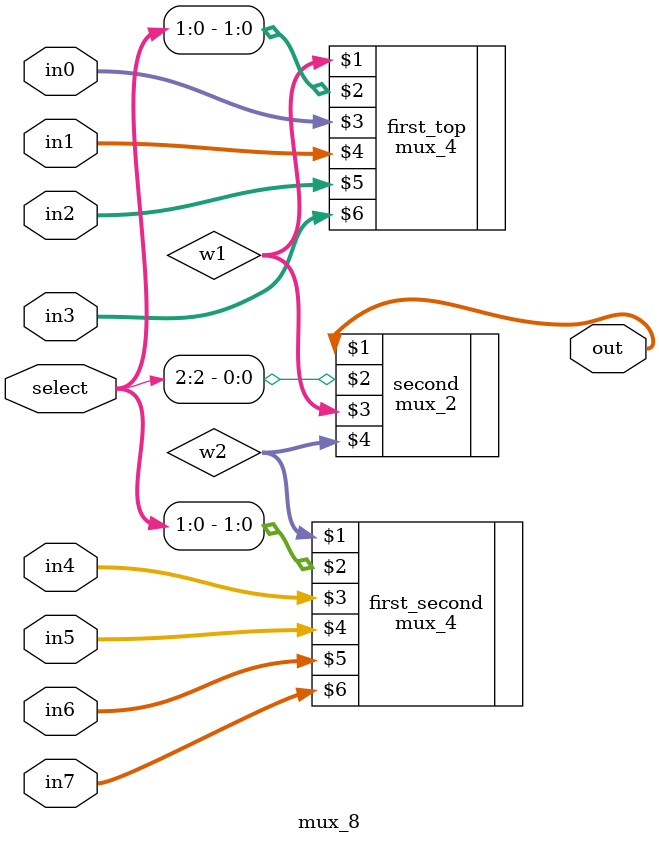
<source format=v>
module mux_8(out, select, in0, in1, in2, in3, in4, in5, in6, in7);
    input [2:0] select; 
    input [31:0] in0, in1, in2, in3, in4, in5, in6, in7; 
    output [31:0] out; 
    wire [31:0] w1,w2; 
    //select[1:0] means take least 2 significant bits
    mux_4 first_top(w1, select[1:0], in0, in1, in2, in3);
    mux_4 first_second(w2, select[1:0], in4, in5, in6, in7);
    mux_2 second(out, select[2], w1, w2);
endmodule
</source>
